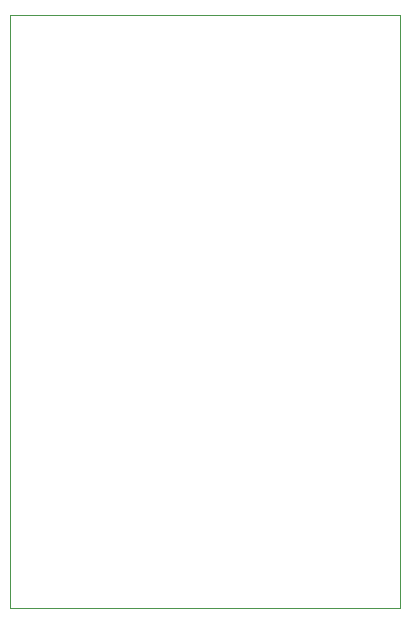
<source format=gbr>
G04 #@! TF.GenerationSoftware,KiCad,Pcbnew,(5.1.2)-1*
G04 #@! TF.CreationDate,2020-09-11T17:35:28+02:00*
G04 #@! TF.ProjectId,LEDadapter,4c454461-6461-4707-9465-722e6b696361,1.0*
G04 #@! TF.SameCoordinates,Original*
G04 #@! TF.FileFunction,Profile,NP*
%FSLAX46Y46*%
G04 Gerber Fmt 4.6, Leading zero omitted, Abs format (unit mm)*
G04 Created by KiCad (PCBNEW (5.1.2)-1) date 2020-09-11 17:35:28*
%MOMM*%
%LPD*%
G04 APERTURE LIST*
%ADD10C,0.050000*%
G04 APERTURE END LIST*
D10*
X113030000Y-64770000D02*
X80000000Y-64770000D01*
X113030000Y-114983500D02*
X113030000Y-64770000D01*
X80000000Y-114983500D02*
X113030000Y-114983500D01*
X80000000Y-64770000D02*
X80000000Y-114983500D01*
M02*

</source>
